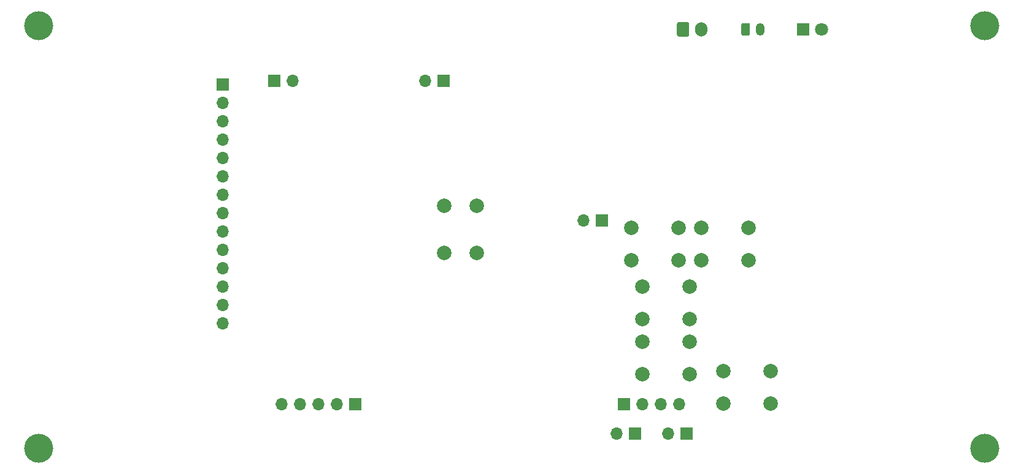
<source format=gbr>
%TF.GenerationSoftware,KiCad,Pcbnew,(5.1.8)-1*%
%TF.CreationDate,2021-03-23T10:09:45+01:00*%
%TF.ProjectId,schema_v1,73636865-6d61-45f7-9631-2e6b69636164,rev?*%
%TF.SameCoordinates,Original*%
%TF.FileFunction,Soldermask,Bot*%
%TF.FilePolarity,Negative*%
%FSLAX46Y46*%
G04 Gerber Fmt 4.6, Leading zero omitted, Abs format (unit mm)*
G04 Created by KiCad (PCBNEW (5.1.8)-1) date 2021-03-23 10:09:45*
%MOMM*%
%LPD*%
G01*
G04 APERTURE LIST*
%ADD10C,1.800000*%
%ADD11R,1.800000X1.800000*%
%ADD12C,4.000000*%
%ADD13O,1.700000X1.700000*%
%ADD14R,1.700000X1.700000*%
%ADD15O,1.700000X2.000000*%
%ADD16C,2.000000*%
%ADD17O,1.200000X1.750000*%
G04 APERTURE END LIST*
D10*
%TO.C,D1*%
X190768000Y-56896000D03*
D11*
X188228000Y-56896000D03*
%TD*%
D12*
%TO.C,.*%
X213360000Y-114808000D03*
%TD*%
%TO.C,.*%
X213360000Y-56388000D03*
%TD*%
%TO.C,.*%
X82804000Y-56388000D03*
%TD*%
%TO.C,.*%
X82804000Y-114808000D03*
%TD*%
D13*
%TO.C,U9*%
X108204000Y-97536000D03*
X108204000Y-94996000D03*
X108204000Y-92456000D03*
X108204000Y-89916000D03*
X108204000Y-87376000D03*
X108204000Y-84836000D03*
X108204000Y-82296000D03*
X108204000Y-79756000D03*
X108204000Y-77216000D03*
X108204000Y-74676000D03*
X108204000Y-72136000D03*
X108204000Y-69596000D03*
X108204000Y-67056000D03*
D14*
X108204000Y-64516000D03*
%TD*%
D15*
%TO.C,SW9*%
X174204000Y-56896000D03*
G36*
G01*
X170854000Y-57646000D02*
X170854000Y-56146000D01*
G75*
G02*
X171104000Y-55896000I250000J0D01*
G01*
X172304000Y-55896000D01*
G75*
G02*
X172554000Y-56146000I0J-250000D01*
G01*
X172554000Y-57646000D01*
G75*
G02*
X172304000Y-57896000I-250000J0D01*
G01*
X171104000Y-57896000D01*
G75*
G02*
X170854000Y-57646000I0J250000D01*
G01*
G37*
%TD*%
D16*
%TO.C,SW6*%
X180744000Y-84328000D03*
X180744000Y-88828000D03*
X174244000Y-84328000D03*
X174244000Y-88828000D03*
%TD*%
%TO.C,SW5*%
X172616000Y-92456000D03*
X172616000Y-96956000D03*
X166116000Y-92456000D03*
X166116000Y-96956000D03*
%TD*%
%TO.C,SW4*%
X172616000Y-100076000D03*
X172616000Y-104576000D03*
X166116000Y-100076000D03*
X166116000Y-104576000D03*
%TD*%
%TO.C,SW3*%
X171092000Y-84328000D03*
X171092000Y-88828000D03*
X164592000Y-84328000D03*
X164592000Y-88828000D03*
%TD*%
%TO.C,SW2*%
X183792000Y-104140000D03*
X183792000Y-108640000D03*
X177292000Y-104140000D03*
X177292000Y-108640000D03*
%TD*%
%TO.C,SW1*%
X143256000Y-87780000D03*
X138756000Y-87780000D03*
X143256000Y-81280000D03*
X138756000Y-81280000D03*
%TD*%
D13*
%TO.C,LS2*%
X136144000Y-64008000D03*
D14*
X138684000Y-64008000D03*
%TD*%
D13*
%TO.C,LS1*%
X117856000Y-64008000D03*
D14*
X115316000Y-64008000D03*
%TD*%
D13*
%TO.C,JP8*%
X157988000Y-83312000D03*
D14*
X160528000Y-83312000D03*
%TD*%
D13*
%TO.C,JP6*%
X162560000Y-112776000D03*
D14*
X165100000Y-112776000D03*
%TD*%
D13*
%TO.C,JP5*%
X169672000Y-112776000D03*
D14*
X172212000Y-112776000D03*
%TD*%
D13*
%TO.C,J3*%
X116332000Y-108712000D03*
X118872000Y-108712000D03*
X121412000Y-108712000D03*
X123952000Y-108712000D03*
D14*
X126492000Y-108712000D03*
%TD*%
D13*
%TO.C,J1*%
X171196000Y-108712000D03*
X168656000Y-108712000D03*
X166116000Y-108712000D03*
D14*
X163576000Y-108712000D03*
%TD*%
D17*
%TO.C,BT3*%
X182340000Y-56896000D03*
G36*
G01*
X179740000Y-57521001D02*
X179740000Y-56270999D01*
G75*
G02*
X179989999Y-56021000I249999J0D01*
G01*
X180690001Y-56021000D01*
G75*
G02*
X180940000Y-56270999I0J-249999D01*
G01*
X180940000Y-57521001D01*
G75*
G02*
X180690001Y-57771000I-249999J0D01*
G01*
X179989999Y-57771000D01*
G75*
G02*
X179740000Y-57521001I0J249999D01*
G01*
G37*
%TD*%
M02*

</source>
